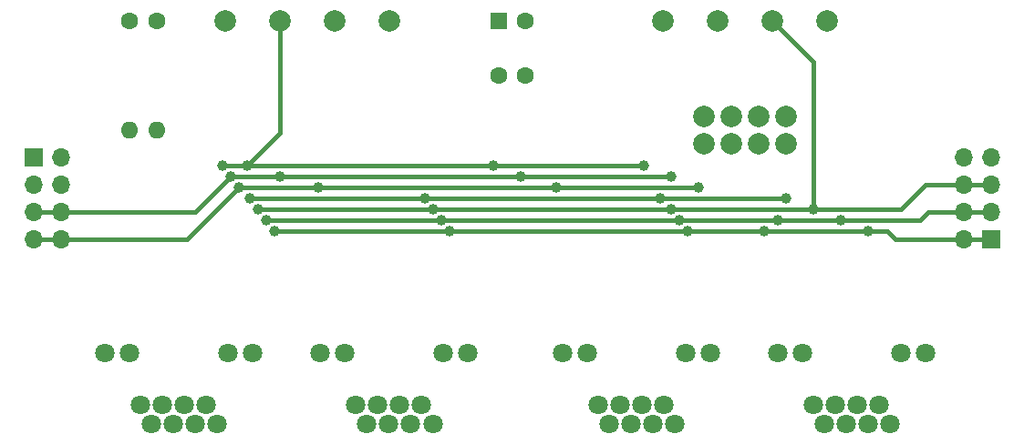
<source format=gbr>
G04 #@! TF.FileFunction,Copper,L1,Top,Signal*
%FSLAX46Y46*%
G04 Gerber Fmt 4.6, Leading zero omitted, Abs format (unit mm)*
G04 Created by KiCad (PCBNEW 4.0.6) date 01/22/18 00:14:00*
%MOMM*%
%LPD*%
G01*
G04 APERTURE LIST*
%ADD10C,0.100000*%
%ADD11C,1.800000*%
%ADD12C,2.000000*%
%ADD13C,1.600000*%
%ADD14O,1.600000X1.600000*%
%ADD15R,1.700000X1.700000*%
%ADD16O,1.700000X1.700000*%
%ADD17R,1.600000X1.600000*%
%ADD18C,1.000000*%
%ADD19C,0.400000*%
G04 APERTURE END LIST*
D10*
D11*
X74440000Y-137830000D03*
X73420000Y-136050000D03*
X76480000Y-137830000D03*
X75460000Y-136050000D03*
X78520000Y-137830000D03*
X77500000Y-136050000D03*
X80560000Y-137830000D03*
X79540000Y-136050000D03*
X72420000Y-131240000D03*
X70130000Y-131240000D03*
X83850000Y-131240000D03*
X81560000Y-131240000D03*
X94440000Y-137830000D03*
X93420000Y-136050000D03*
X96480000Y-137830000D03*
X95460000Y-136050000D03*
X98520000Y-137830000D03*
X97500000Y-136050000D03*
X100560000Y-137830000D03*
X99540000Y-136050000D03*
X92420000Y-131240000D03*
X90130000Y-131240000D03*
X103850000Y-131240000D03*
X101560000Y-131240000D03*
X116940000Y-137830000D03*
X115920000Y-136050000D03*
X118980000Y-137830000D03*
X117960000Y-136050000D03*
X121020000Y-137830000D03*
X120000000Y-136050000D03*
X123060000Y-137830000D03*
X122040000Y-136050000D03*
X114920000Y-131240000D03*
X112630000Y-131240000D03*
X126350000Y-131240000D03*
X124060000Y-131240000D03*
X136940000Y-137830000D03*
X135920000Y-136050000D03*
X138980000Y-137830000D03*
X137960000Y-136050000D03*
X141020000Y-137830000D03*
X140000000Y-136050000D03*
X143060000Y-137830000D03*
X142040000Y-136050000D03*
X134920000Y-131240000D03*
X132630000Y-131240000D03*
X146350000Y-131240000D03*
X144060000Y-131240000D03*
D12*
X125730000Y-111760000D03*
X125730000Y-109220000D03*
X128270000Y-111760000D03*
X128270000Y-109220000D03*
X130810000Y-111760000D03*
X130810000Y-109220000D03*
X133350000Y-111760000D03*
X133350000Y-109220000D03*
D13*
X72390000Y-100330000D03*
D14*
X72390000Y-110490000D03*
D13*
X74930000Y-100330000D03*
D14*
X74930000Y-110490000D03*
D12*
X81280000Y-100330000D03*
X86360000Y-100330000D03*
X91440000Y-100330000D03*
X96520000Y-100330000D03*
X121920000Y-100330000D03*
X127000000Y-100330000D03*
X132080000Y-100330000D03*
X137160000Y-100330000D03*
D15*
X63500000Y-113030000D03*
D16*
X66040000Y-113030000D03*
X63500000Y-115570000D03*
X66040000Y-115570000D03*
X63500000Y-118110000D03*
X66040000Y-118110000D03*
X63500000Y-120650000D03*
X66040000Y-120650000D03*
D17*
X106680000Y-100330000D03*
D13*
X109180000Y-100330000D03*
X106680000Y-105410000D03*
X109180000Y-105410000D03*
D15*
X152400000Y-120650000D03*
D16*
X149860000Y-120650000D03*
X152400000Y-118110000D03*
X149860000Y-118110000D03*
X152400000Y-115570000D03*
X149860000Y-115570000D03*
X152400000Y-113030000D03*
X149860000Y-113030000D03*
D18*
X82550000Y-115824000D03*
X125222000Y-115824000D03*
X112014000Y-115824000D03*
X89916000Y-115824000D03*
X83566000Y-116840000D03*
X133350000Y-116840000D03*
X121666000Y-116840000D03*
X99822000Y-116840000D03*
X81788000Y-114808000D03*
X122682000Y-114808000D03*
X108712000Y-114808000D03*
X86360000Y-114808000D03*
X84328000Y-117856000D03*
X135890000Y-117856000D03*
X122682000Y-117856000D03*
X100584000Y-117856000D03*
X81026000Y-113792000D03*
X120142000Y-113792000D03*
X106172000Y-113792000D03*
X83312000Y-113792000D03*
X85090000Y-118872000D03*
X132588000Y-118872000D03*
X138430000Y-118872000D03*
X123444000Y-118872000D03*
X101346000Y-118872000D03*
X85852000Y-119888000D03*
X131318000Y-119888000D03*
X140970000Y-119888000D03*
X124206000Y-119888000D03*
X102108000Y-119888000D03*
D19*
X63500000Y-120650000D02*
X66040000Y-120650000D01*
X66040000Y-120650000D02*
X77724000Y-120650000D01*
X77724000Y-120650000D02*
X82550000Y-115824000D01*
X82550000Y-115824000D02*
X89916000Y-115824000D01*
X125222000Y-115824000D02*
X112014000Y-115824000D01*
X112014000Y-115824000D02*
X96520000Y-115824000D01*
X96520000Y-115824000D02*
X89916000Y-115824000D01*
X83566000Y-116840000D02*
X99822000Y-116840000D01*
X99822000Y-116840000D02*
X121666000Y-116840000D01*
X121666000Y-116840000D02*
X133350000Y-116840000D01*
X63500000Y-118110000D02*
X66040000Y-118110000D01*
X66040000Y-118110000D02*
X78486000Y-118110000D01*
X78486000Y-118110000D02*
X81788000Y-114808000D01*
X81788000Y-114808000D02*
X86360000Y-114808000D01*
X108712000Y-114808000D02*
X122682000Y-114808000D01*
X86360000Y-114808000D02*
X108712000Y-114808000D01*
X135890000Y-117856000D02*
X144018000Y-117856000D01*
X146304000Y-115570000D02*
X152400000Y-115570000D01*
X144018000Y-117856000D02*
X146304000Y-115570000D01*
X84328000Y-117856000D02*
X100584000Y-117856000D01*
X135890000Y-117856000D02*
X135890000Y-104140000D01*
X135890000Y-104140000D02*
X132080000Y-100330000D01*
X100584000Y-117856000D02*
X122682000Y-117856000D01*
X122682000Y-117856000D02*
X135890000Y-117856000D01*
X86360000Y-100330000D02*
X86360000Y-110744000D01*
X86360000Y-110744000D02*
X83312000Y-113792000D01*
X83312000Y-113792000D02*
X106172000Y-113792000D01*
X81026000Y-113792000D02*
X83312000Y-113792000D01*
X106172000Y-113792000D02*
X120142000Y-113792000D01*
X149860000Y-118110000D02*
X152400000Y-118110000D01*
X138430000Y-118872000D02*
X145796000Y-118872000D01*
X146558000Y-118110000D02*
X149860000Y-118110000D01*
X145796000Y-118872000D02*
X146558000Y-118110000D01*
X85090000Y-118872000D02*
X101346000Y-118872000D01*
X132588000Y-118872000D02*
X138430000Y-118872000D01*
X101346000Y-118872000D02*
X123444000Y-118872000D01*
X123444000Y-118872000D02*
X132588000Y-118872000D01*
X149860000Y-120650000D02*
X152400000Y-120650000D01*
X140970000Y-119888000D02*
X142748000Y-119888000D01*
X143510000Y-120650000D02*
X149860000Y-120650000D01*
X142748000Y-119888000D02*
X143510000Y-120650000D01*
X85852000Y-119888000D02*
X102108000Y-119888000D01*
X131318000Y-119888000D02*
X140970000Y-119888000D01*
X102108000Y-119888000D02*
X124206000Y-119888000D01*
X124206000Y-119888000D02*
X131318000Y-119888000D01*
M02*

</source>
